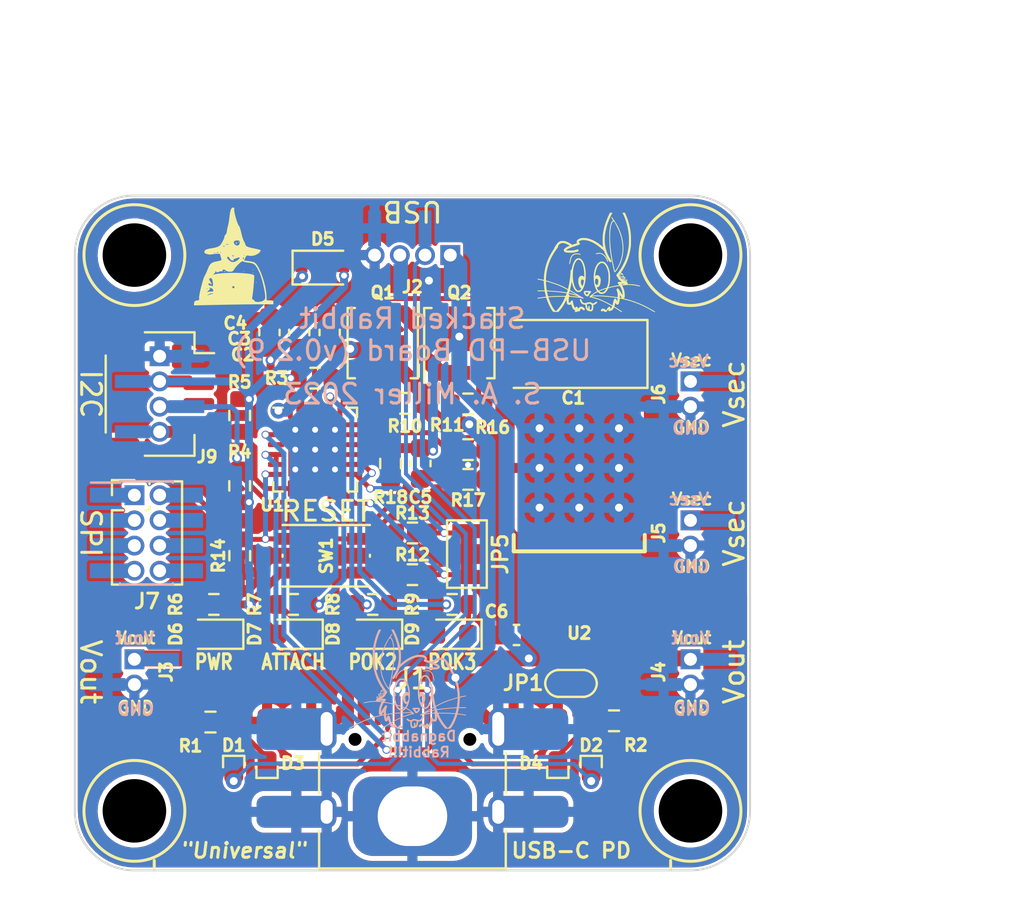
<source format=kicad_pcb>
(kicad_pcb (version 20211014) (generator pcbnew)
  (title_block (title "USB-PD Board") (rev "0.2.9") (company "The Nerd Mage"))
  (layers (0 "F.Cu" signal) (31 "B.Cu" signal) (34 "B.Paste" user) (35 "F.Paste" user) (36 "B.SilkS" user "B.Silkscreen") (37 "F.SilkS" user "F.Silkscreen") (38 "B.Mask" user) (39 "F.Mask" user) (44 "Edge.Cuts" user))
  (net 0 "")
  (net 1 "UD+")
  (net 2 "UD-")
  (net 5 "Net-(C5-Pad2)")
  (net 6 "Net-(C3-Pad1)")
  (net 7 "Net-(C4-Pad1)")
  (net 8 "CC1")
  (net 9 "CC2")
  (net 10 "Vbus")
  (net 11 "RESET")
  (net 12 "SCL")
  (net 13 "SDA")
  (net 14 "GPIO")
  (net 15 "ALERT")
  (net 16 "2v7")
  (net 17 "ATTACH")
  (net 18 "A_B_SIDE")
  (net 19 "GND")
  (net 20 "Vout")
  (net 21 "POWER_OK3")
  (net 22 "POWER_OK2")
  (net 23 "Vsec")
  (net 24 "Net-(D6-Pad2)")
  (net 25 "/ADDR0")
  (net 26 "/ADDR1")
  (net 27 "Net-(D9-Pad1)")
  (net 28 "Net-(R10-Pad1)")
  (net 29 "Net-(R16-Pad2)")
  (net 30 "Net-(Q1-Pad1)")
  (net 31 "Net-(Q1-Pad4)")
  (net 33 "Net-(D7-Pad1)")
  (net 34 "Net-(D8-Pad1)")
  (net 35 "SCLK")
  (net 36 "MISO")
  (net 37 "MOSI")
  (net 38 "~{RESET}")
  (net 39 "~{SCS}2")
  (net 40 "~{SCS}1")
  (net 41 "~{SCS}0")
  (net 42 "Net-(R18-Pad2)")
  (footprint "Resistor_SMD:R_0603_1608Metric" (layer "F.Cu") (at 91.3 97.626177 -90)
    (fp_text reference "R4")
    (fp_text value "1k")
  )
  (footprint "Tinker:NerdMage" (layer "F.Cu") (at 91 86)
    (fp_text reference "G***" hide)
    (fp_text value "LOGO" hide)
  )
  (footprint "Tinker:PGB1010603NRHF" (layer "F.Cu") (at 109 113 -90)
    (fp_text reference "D2")
    (fp_text value "PGB1010603NR" hide)
  )
  (footprint "Tinker:CP_EIA-6032-28-Tantalumm_HandSolder" (layer "F.Cu") (at 108.1 90.98 180)
    (fp_text reference "C1")
    (fp_text value "22uf" hide)
  )
  (footprint "LED_SMD:LED_0603_1608Metric" (layer "F.Cu") (at 90 105.1 180)
    (fp_text reference "D6")
    (fp_text value "green")
  )
  (footprint "Capacitor_SMD:C_0603_1608Metric" (layer "F.Cu") (at 95.832603 89.9 90)
    (fp_text reference "C2")
    (fp_text value "1.0uF")
  )
  (footprint "Package_DFN_QFN:QFN-24-1EP_4x4mm_P0.5mm_EP2.7x2.7mm" (layer "F.Cu") (at 95.1 95.8)
    (fp_text reference "U1")
    (fp_text value "STUSB4500QTR")
  )
  (footprint "Capacitor_SMD:C_0603_1608Metric" (layer "F.Cu") (at 105.239817 105.138939 180)
    (fp_text reference "C6")
    (fp_text value "1.0uF")
  )
  (footprint "Tinker:DagNabbit" (layer "F.Cu") (at 109 87)
    (fp_text reference "REF**" hide)
    (fp_text value "DagNabbit" hide)
  )
  (footprint "Tinker:R_0603_1608Metric_Pad0.98x0.95mm_HandSolder" (layer "F.Cu") (at 89.829448 109.526795 180)
    (fp_text reference "R1")
    (fp_text value "5k1")
  )
  (footprint "LED_SMD:LED_0603_1608Metric" (layer "F.Cu") (at 98 105.1 180)
    (fp_text reference "D8")
    (fp_text value "yellow")
  )
  (footprint "Tinker:USB_C_Receptacle_HRO_TYPE-C-31-M-12" (layer "F.Cu") (at 100 113)
    (fp_text reference "J1")
    (fp_text value "USB_C_Receptacle" hide)
  )
  (footprint "Resistor_SMD:R_0603_1608Metric" (layer "F.Cu") (at 94 103.6 180)
    (fp_text reference "R7")
    (fp_text value "1k")
  )
  (footprint "Tinker:Diodes_PowerDI3333-8" (layer "F.Cu") (at 102.361153 90.435247 90)
    (fp_text reference "Q2")
    (fp_text value "DMP3013SFV" hide)
  )
  (footprint "Tinker:Board_Stacker_2" (layer "F.Cu") (at 114 106.365)
    (fp_text reference "J4")
    (fp_text value "Conn_01x02_Male")
  )
  (footprint "Tinker:Mount" (layer "F.Cu") (at 114 86)
    (fp_text reference "REF**" hide)
    (fp_text value "Mount" hide)
  )
  (footprint "Capacitor_SMD:C_0603_1608Metric" (layer "F.Cu") (at 94.3 89.9 90)
    (fp_text reference "C3")
    (fp_text value "1.0uF")
  )
  (footprint "Tinker:Diodes_PowerDI3333-8" (layer "F.Cu") (at 98.505987 90.435247 -90)
    (fp_text reference "Q1")
    (fp_text value "DMP3013SFV" hide)
  )
  (footprint "Resistor_SMD:R_0603_1608Metric" (layer "F.Cu") (at 99.621257 93.469133)
    (fp_text reference "R10")
    (fp_text value "1k")
  )
  (footprint "Tinker:SolderJumper-2_P_Open_Rounded_skinny" (layer "F.Cu") (at 107.983618 107.58)
    (fp_text reference "JP1")
    (fp_text value "SolderJumper_2_Open" hide)
  )
  (footprint "Tinker:Board_Stacker_2" (layer "F.Cu") (at 86 106.365)
    (fp_text reference "J3")
    (fp_text value "Conn_01x02_Male")
  )
  (footprint "Tinker:Mount" (layer "F.Cu") (at 114 114)
    (fp_text reference "REF**" hide)
    (fp_text value "Mount" hide)
  )
  (footprint "Tinker:PinHeader_2x04_P1.27mm_Vertical" (layer "F.Cu") (at 86 98.095)
    (fp_text reference "J7")
    (fp_text value "Conn_01x08_Male")
  )
  (footprint "Capacitor_SMD:C_0603_1608Metric" (layer "F.Cu") (at 100.4 96.5 -90)
    (fp_text reference "C5")
    (fp_text value "0.1uF")
  )
  (footprint "Diode_SMD:D_SOD-323" (layer "F.Cu") (at 95.464172 86.630156)
    (fp_text reference "D5")
    (fp_text value "BAT60A")
  )
  (footprint "Tinker:Mount" (layer "F.Cu") (at 86 114)
    (fp_text reference "REF**" hide)
    (fp_text value "Mount" hide)
  )
  (footprint "Resistor_SMD:R_0603_1608Metric" (layer "F.Cu") (at 91.303982 101.147587 90)
    (fp_text reference "R14")
    (fp_text value "100k")
  )
  (footprint "Resistor_SMD:R_0603_1608Metric" (layer "F.Cu") (at 98.9 96.5 -90)
    (fp_text reference "R18")
    (fp_text value "1k")
  )
  (footprint "Tinker:QWIIC_Stack_II" (layer "F.Cu") (at 87.27 93 -90)
    (fp_text reference "J9")
    (fp_text value "QWIIC_Stackable")
  )
  (footprint "Tinker:R_0603_1608Metric_Pad0.98x0.95mm_HandSolder" (layer "F.Cu") (at 110.150246 109.462623)
    (fp_text reference "R2")
    (fp_text value "5k1")
  )
  (footprint "Resistor_SMD:R_0603_1608Metric" (layer "F.Cu") (at 100 100 180)
    (fp_text reference "R13")
    (fp_text value "100k")
  )
  (footprint "Tinker:PGB1010603NRHF" (layer "F.Cu") (at 91 113 -90)
    (fp_text reference "D1")
    (fp_text value "PGB1010603NR" hide)
  )
  (footprint "Tinker:Board_Stacker_2" (layer "F.Cu") (at 114 92.365)
    (fp_text reference "J6")
    (fp_text value "Conn_01x02_Male")
  )
  (footprint "Resistor_SMD:R_0603_1608Metric" (layer "F.Cu") (at 102.8 97.3 180)
    (fp_text reference "R17")
    (fp_text value "100")
  )
  (footprint "Tinker:SolderJumper-3_P1.3mm_Bridged123_Pad1.0x1.5mm" (layer "F.Cu") (at 102.744435 101.062635 -90)
    (fp_text reference "JP5")
    (fp_text value "SolderJumper_3_Bridged123" hide)
  )
  (footprint "Tinker:Board_Stacker_2" (layer "F.Cu") (at 114 99.365)
    (fp_text reference "J5")
    (fp_text value "Conn_01x02_Male")
  )
  (footprint "Tinker:SW_Push_TS273014TP" (layer "F.Cu") (at 95.659571 101.147587)
    (fp_text reference "SW1")
    (fp_text value "SW_Push" hide)
  )
  (footprint "Capacitor_SMD:C_0603_1608Metric" (layer "F.Cu") (at 92.8 89.9 90)
    (fp_text reference "C4")
    (fp_text value "1.0uF")
  )
  (footprint "Resistor_SMD:R_0603_1608Metric" (layer "F.Cu") (at 102.8 93.5 180)
    (fp_text reference "R11")
    (fp_text value "100k")
  )
  (footprint "Resistor_SMD:R_0603_1608Metric" (layer "F.Cu") (at 98 103.6)
    (fp_text reference "R8")
    (fp_text value "1k")
  )
  (footprint "Resistor_SMD:R_0603_1608Metric" (layer "F.Cu") (at 102.8 95.8 180)
    (fp_text reference "R16")
    (fp_text value "22k")
  )
  (footprint "Resistor_SMD:R_0603_1608Metric" (layer "F.Cu") (at 100 102.1 180)
    (fp_text reference "R12")
    (fp_text value "100k")
  )
  (footprint "Resistor_SMD:R_0603_1608Metric" (layer "F.Cu") (at 90 103.6)
    (fp_text reference "R6")
    (fp_text value "1k")
  )
  (footprint "LED_SMD:LED_0603_1608Metric" (layer "F.Cu") (at 94 105.1 180)
    (fp_text reference "D7")
    (fp_text value "yellow")
  )
  (footprint "Resistor_SMD:R_0603_1608Metric" (layer "F.Cu") (at 95.1 92.2 180)
    (fp_text reference "R3")
    (fp_text value "1k")
  )
  (footprint "Tinker:Mount" (layer "F.Cu") (at 86 86)
    (fp_text reference "REF**" hide)
    (fp_text value "Mount" hide)
  )
  (footprint "Resistor_SMD:R_0603_1608Metric" (layer "F.Cu") (at 102 103.6)
    (fp_text reference "R9")
    (fp_text value "1k")
  )
  (footprint "Tinker:Board_Stacker_4" (layer "F.Cu") (at 101.905 86 -90)
    (fp_text reference "J2")
    (fp_text value "Conn_01x04_Male")
  )
  (footprint "Tinker:R1501J033BT1JE" (layer "F.Cu") (at 108.4 98.9)
    (fp_text reference "U2")
    (fp_text value "R1501J033B-T1-JE" hide)
  )
  (footprint "Tinker:PGB1010603NRHF" (layer "F.Cu") (at 107.32 110.571795 90)
    (fp_text reference "D4")
    (fp_text value "PGB1010603NR" hide)
  )
  (footprint "LED_SMD:LED_0603_1608Metric" (layer "F.Cu") (at 102 105.1 180)
    (fp_text reference "D9")
    (fp_text value "yellow")
  )
  (footprint "Resistor_SMD:R_0603_1608Metric" (layer "F.Cu") (at 91.3 94.08 90)
    (fp_text reference "R5")
    (fp_text value "1k")
  )
  (footprint "Tinker:PGB1010603NRHF" (layer "F.Cu") (at 92.68 110.571795 90)
    (fp_text reference "D3")
    (fp_text value "PGB1010603NR" hide)
  )
  (footprint "Tinker:DagNabbit" (layer "B.Cu") (at 100 108 180)
    (fp_text reference "REF**" hide)
    (fp_text value "DagNabbit" hide)
  )
  (gr_line (start 113 116.9) (end 113 116.5) (layer "F.SilkS") (width 0.15))
  (gr_line (start 87 116.9) (end 87 116.5) (layer "F.SilkS") (width 0.15))
  (gr_line (start 117 86) (end 117 114) (layer "Edge.Cuts") (width 0.1))
  (gr_arc (start 86 117) (mid 83.87868 116.12132) (end 83 114) (layer "Edge.Cuts") (width 0.1))
  (gr_arc (start 83 86) (mid 83.87868 83.87868) (end 86 83) (layer "Edge.Cuts") (width 0.1))
  (gr_line (start 86 83) (end 114 83) (layer "Edge.Cuts") (width 0.1))
  (gr_line (start 83 114) (end 83 86) (layer "Edge.Cuts") (width 0.1))
  (gr_arc (start 114 83) (mid 116.12132 83.87868) (end 117 86) (layer "Edge.Cuts") (width 0.1))
  (gr_line (start 86 117) (end 114 117) (layer "Edge.Cuts") (width 0.1))
  (gr_arc (start 117 114) (mid 116.12132 116.12132) (end 114 117) (layer "Edge.Cuts") (width 0.1))
  (gr_text "Stacked Rabbit\n${TITLE} (v${REVISION})" (at 100 90) (layer "B.SilkS") (effects (font (size 1 1)) (justify mirror)))
  (gr_text "Vout" (at 86.019299 105.301541) (layer "B.SilkS") (effects (font (size 0.6 0.6) (thickness 0.125)) (justify mirror)))
  (gr_text "GND" (at 114.067933 108.88409) (layer "B.SilkS") (effects (font (size 0.6 0.6) (thickness 0.125)) (justify mirror)))
  (gr_text "GND" (at 114.007828 94.725254) (layer "B.SilkS") (effects (font (size 0.6 0.6) (thickness 0.125)) (justify mirror)))
  (gr_text "Vsec" (at 113.891319 91.346488) (layer "B.SilkS") (effects (font (size 0.6 0.6) (thickness 0.125)) (justify mirror)))
  (gr_text "Vsec" (at 113.913793 98.294169) (layer "B.SilkS") (effects (font (size 0.6 0.6) (thickness 0.125)) (justify mirror)))
  (gr_text "Vout" (at 114.021329 105.295608) (layer "B.SilkS") (effects (font (size 0.6 0.6) (thickness 0.125)) (justify mirror)))
  (gr_text "GND" (at 86.065903 108.890023) (layer "B.SilkS") (effects (font (size 0.6 0.6) (thickness 0.125)) (justify mirror)))
  (gr_text "S. A. Miller 2023" (at 100 93) (layer "B.SilkS") (effects (font (size 1 1)) (justify mirror)))
  (gr_text "GND" (at 114.030302 101.694169) (layer "B.SilkS") (effects (font (size 0.6 0.6) (thickness 0.125)) (justify mirror)))
  (gr_text "USB-C PD" (at 108 116) (layer "F.SilkS") (effects (font (size 0.75 0.75))))
  (gr_text "Vsec" (at 114.083614 98.294169) (layer "F.SilkS") (effects (font (size 0.6 0.6) (thickness 0.125))))
  (gr_text "Vout" (at 86.068727 105.288053) (layer "F.SilkS") (effects (font (size 0.6 0.6) (thickness 0.125))))
  (gr_text "ATTACH" (at 94 106.5) (layer "F.SilkS") (effects (font (size 0.75 0.6))))
  (gr_text "RESET" (at 95.659571 98.9) (layer "F.SilkS") (effects (font (size 1 1))))
  (gr_text "Vsec" (at 116.2 100 90) (layer "F.SilkS") (effects (font (size 1 1))))
  (gr_text "Vout" (at 116.2 107 90) (layer "F.SilkS") (effects (font (size 1 1))))
  (gr_text "Vsec" (at 116.2 93 90) (layer "F.SilkS") (effects (font (size 1 1))))
  (gr_text "GND" (at 86.068727 108.788053) (layer "F.SilkS") (effects (font (size 0.6 0.6) (thickness 0.125))))
  (gr_text "POK3" (at 102 106.5) (layer "F.SilkS") (effects (font (size 0.75 0.6))))
  (gr_text "I2C" (at 83.8 93 -90) (layer "F.SilkS") (effects (font (size 1 1))))
  (gr_text "USB" (at 100 83.8 180) (layer "F.SilkS") (effects (font (size 1 1))))
  (gr_text "GND" (at 114.070757 108.78212) (layer "F.SilkS") (effects (font (size 0.6 0.6) (thickness 0.125))))
  (gr_text "GND" (at 114.083614 101.694169) (layer "F.SilkS") (effects (font (size 0.6 0.6) (thickness 0.125))))
  (gr_text "Vsec" (at 114.06114 91.28518) (layer "F.SilkS") (effects (font (size 0.6 0.6) (thickness 0.125))))
  (gr_text "GND" (at 114.06114 94.68518) (layer "F.SilkS") (effects (font (size 0.6 0.6) (thickness 0.125))))
  (gr_text "SPI" (at 83.8 100 -90) (layer "F.SilkS") (effects (font (size 1 1))))
  (gr_text "{dblquote}Universal{dblquote}" (at 91.5 116) (layer "F.SilkS") (effects (font (size 0.75 0.75) (thickness 0.15) italic)))
  (gr_text "Vout" (at 83.8 107 -90) (layer "F.SilkS") (effects (font (size 1 1))))
  (gr_text "PWR" (at 90 106.5) (layer "F.SilkS") (effects (font (size 0.75 0.6))))
  (gr_text "Vout" (at 114.070757 105.28212) (layer "F.SilkS") (effects (font (size 0.6 0.6) (thickness 0.125))))
  (gr_text "POK2" (at 98 106.5) (layer "F.SilkS") (effects (font (size 0.75 0.6))))
  (segment (start 99.8 107.921795) (end 100.7 107.921795) (width 0.2) (layer "F.Cu") (net 1))
  (segment (start 100.7 107.921795) (end 100.75 107.971795) (width 0.2) (layer "F.Cu") (net 1))
  (segment (start 99.75 107.971795) (end 99.8 107.921795) (width 0.2) (layer "F.Cu") (net 1))
  (segment (start 100.75 107.971795) (end 100.75 108.946795) (width 0.2) (layer "F.Cu") (net 1))
  (segment (start 99.75 108.946795) (end 99.75 107.971795) (width 0.2) (layer "F.Cu") (net 1))
  (via (at 100.75 107.905935) (size 0.4) (drill 0.3) (layers "F.Cu" "B.Cu") (net 1))
  (via (at 109 112.5) (size 0.8) (drill 0.4) (layers "F.Cu" "B.Cu") (net 1))
  (segment (start 100.123866 86.511134) (end 100.635 86) (width 0.2) (layer "B.Cu") (net 1))
  (segment (start 100.75 107.905935) (end 100.75 106.656882) (width 0.2) (layer "B.Cu") (net 1))
  (segment (start 100.737621 110.30379) (end 100.737816 110.303985) (width 0.2) (layer "B.Cu") (net 1))
  (segment (start 103.136827 99.765504) (end 100.185755 96.814432) (width 0.2) (layer "B.Cu") (net 1))
  (segment (start 100.737816 111.072204) (end 101.30017 111.634558) (width 0.2) (layer "B.Cu") (net 1))
  (segment (start 108.131208 111.634558) (end 108.132883 111.632883) (width 0.2) (layer "B.Cu") (net 1))
  (segment (start 100.75 107.905935) (end 100.737621 107.918314) (width 0.2) (layer "B.Cu") (net 1))
  (segment (start 100.75 106.656882) (end 103.136827 104.270055) (width 0.2) (layer "B.Cu") (net 1))
  (segment (start 108.132883 111.632883) (end 109 112.5) (width 0.2) (layer "B.Cu") (net 1))
  (segment (start 100.737816 110.303985) (end 100.737816 111.072204) (width 0.2) (layer "B.Cu") (net 1))
  (segment (start 101.30017 111.634558) (end 108.131208 111.634558) (width 0.2) (layer "B.Cu") (net 1))
  (segment (start 100.737621 107.918314) (end 100.737621 110.30379) (width 0.2) (layer "B.Cu") (net 1))
  (segment (start 100.185755 96.814432) (end 100.123866 96.814432) (width 0.2) (layer "B.Cu") (net 1))
  (segment (start 103.136827 104.270055) (end 103.136827 99.765504) (width 0.2) (layer "B.Cu") (net 1))
  (segment (start 100.123866 96.814432) (end 100.123866 86.511134) (width 0.2) (layer "B.Cu") (net 1))
  (segment (start 99.25 109.941795) (end 99.3 109.991795) (width 0.2) (layer "F.Cu") (net 2))
  (segment (start 99.3 109.991795) (end 100.2 109.991795) (width 0.2) (layer "F.Cu") (net 2))
  (segment (start 99.25 108.966795) (end 99.25 108.055935) (width 0.2) (layer "F.Cu") (net 2))
  (segment (start 99.25 108.055935) (end 99.15 107.955935) (width 0.2) (layer "F.Cu") (net 2))
  (segment (start 100.2 109.991795) (end 100.25 109.941795) (width 0.2) (layer "F.Cu") (net 2))
  (segment (start 100.25 109.941795) (end 100.25 108.966795) (width 0.2) (layer "F.Cu") (net 2))
  (segment (start 99.25 108.966795) (end 99.25 109.941795) (width 0.2) (layer "F.Cu") (net 2))
  (via (at 91 112.5) (size 0.8) (drill 0.4) (layers "F.Cu" "B.Cu") (net 2))
  (via (at 99.25 107.905935) (size 0.4) (drill 0.3) (layers "F.Cu" "B.Cu") (net 2))
  (segment (start 99.253303 111.183958) (end 98.804378 111.632883) (width 0.2) (layer "B.Cu") (net 2))
  (segment (start 99.253303 107.909238) (end 99.253303 111.183958) (width 0.2) (layer "B.Cu") (net 2))
  (segment (start 99.365 86) (end 99.673866 86.308866) (width 0.2) (layer "B.Cu") (net 2))
  (segment (start 102.686827 104.083655) (end 99.25 107.520482) (width 0.2) (layer "B.Cu") (net 2))
  (segment (start 102.686827 100.034106) (end 102.686827 104.083655) (width 0.2) (layer "B.Cu") (net 2))
  (segment (start 91.867117 111.632883) (end 91 112.5) (width 0.2) (layer "B.Cu") (net 2))
  (segment (start 99.25 107.520482) (end 99.25 107.905935) (width 0.2) (layer "B.Cu") (net 2))
  (segment (start 99.673866 97.021145) (end 102.686827 100.034106) (width 0.2) (layer "B.Cu") (net 2))
  (segment (start 98.804378 111.632883) (end 91.867117 111.632883) (width 0.2) (layer "B.Cu") (net 2))
  (segment (start 99.25 107.905935) (end 99.253303 107.909238) (width 0.2) (layer "B.Cu") (net 2))
  (segment (start 99.673866 86.308866) (end 99.673866 97.021145) (width 0.2) (layer "B.Cu") (net 2))
  (segment (start 100.4 97.275) (end 101.95 97.275) (width 0.25) (layer "F.Cu") (net 5))
  (segment (start 101.95 97.275) (end 101.975 97.3) (width 0.25) (layer "F.Cu") (net 5))
  (segment (start 95.069118 91.544118) (end 94.3 90.775) (width 0.25) (layer "F.Cu") (net 6))
  (segment (start 95.35 93.2919) (end 95.069118 93.011018) (width 0.25) (layer "F.Cu") (net 6))
  (segment (start 95.069118 93.011018) (end 95.069118 91.544118) (width 0.25) (layer "F.Cu") (net 6))
  (segment (start 95.35 93.8375) (end 95.35 93.2919) (width 0.25) (layer "F.Cu") (net 6))
  (segment (start 94.083363 93.075) (end 94.35 93.341637) (width 0.4) (layer "F.Cu") (net 7))
  (segment (start 92.857591 91.290301) (end 92.857591 92.141366) (width 0.4) (layer "F.Cu") (net 7))
  (segment (start 92.857591 92.141366) (end 93.791225 93.075) (width 0.4) (layer "F.Cu") (net 7))
  (segment (start 93.791225 93.075) (end 94.083363 93.075) (width 0.4) (layer "F.Cu") (net 7))
  (segment (start 94.35 93.341637) (end 94.35 93.8375) (width 0.4) (layer "F.Cu") (net 7))
  (via (at 96.556447 87.032573) (size 0.5) (drill 0.3) (layers "F.Cu" "B.Cu") (net 7))
  (via (at 92.857591 91.290301) (size 0.5) (drill 0.3) (layers "F.Cu" "B.Cu") (net 7))
  (segment (start 92.857591 91.290301) (end 96.556447 87.591445) (width 0.4) (layer "B.Cu") (net 7))
  (segment (start 96.556447 87.591445) (end 96.556447 87.032573) (width 0.4) (layer "B.Cu") (net 7))
  (segment (start 90.891948 109.526795) (end 92.68 111.314847) (width 0.25) (layer "F.Cu") (net 8))
  (segment (start 98.743716 110.171172) (end 98.704539 110.171172) (width 0.25) (layer "F.Cu") (net 8))
  (segment (start 97.241416 111.634295) (end 92.68 111.634295) (width 0.25) (layer "F.Cu") (net 8))
  (segment (start 92.631354 95.046166) (end 93.133666 95.046166) (width 0.25) (layer "F.Cu") (net 8))
  (segment (start 98.75 110.164888) (end 98.743716 110.171172) (width 0.25) (layer "F.Cu") (net 8))
  (segment (start 98.75 108.955) (end 98.75 110.164888) (width 0.25) (layer "F.Cu") (net 8))
  (segment (start 92.68 111.314847) (end 92.68 111.631795) (width 0.25) (layer "F.Cu") (net 8))
  (segment (start 93.133666 95.046166) (end 93.1375 95.05) (width 0.25) (layer "F.Cu") (net 8))
  (segment (start 93.1375 95.05) (end 93.1375 94.55) (width 0.25) (layer "F.Cu") (net 8))
  (segment (start 98.704539 110.171172) (end 97.241416 111.634295) (width 0.25) (layer "F.Cu") (net 8))
  (via (at 92.6 95.046166) (size 0.4) (drill 0.3) (layers "F.Cu" "B.Cu") (net 8))
  (via (at 98.743716 110.171172) (size 0.4) (drill 0.3) (layers "F.Cu" "B.Cu") (net 8))
  (segment (start 92.6 95.046166) (end 92.6 95.064058) (width 0.25) (layer "B.Cu") (net 8))
  (segment (start 98.581133 110.171172) (end 98.743716 110.171172) (width 0.25) (layer "B.Cu") (net 8))
  (segment (start 93.525 95.989058) (end 93.525 105.115038) (width 0.25) (layer "B.Cu") (net 8))
  (segment (start 93.525 105.115038) (end 98.581133 110.171172) (width 0.25) (layer "B.Cu") (net 8))
  (segment (start 92.6 95.064058) (end 93.525 95.989058) (width 0.25) (layer "B.Cu") (net 8))
  (segment (start 100.749398 110.926038) (end 101.75 109.925436) (width 0.25) (layer "F.Cu") (net 9))
  (segment (start 101.75 109.67) (end 101.75 110.369276) (width 0.25) (layer "F.Cu") (net 9))
  (segment (start 101.75 110.149742) (end 101.75 109.925436) (width 0.25) (layer "F.Cu") (net 9))
  (segment (start 92.60327 96.061219) (end 92.614489 96.05) (width 0.25) (layer "F.Cu") (net 9))
  (segment (start 103.015019 111.634295) (end 107.32 111.634295) (width 0.25) (layer "F.Cu") (net 9))
  (segment (start 93.1375 96.55) (end 93.1375 96.05) (width 0.25) (layer "F.Cu") (net 9))
  (segment (start 107.32 111.631795) (end 107.32 111.230369) (width 0.25) (layer "F.Cu") (net 9))
  (segment (start 101.75 110.369276) (end 103.015019 111.634295) (width 0.25) (layer "F.Cu") (net 9))
  (segment (start 92.614489 96.05) (end 93.1375 96.05) (width 0.25) (layer "F.Cu") (net 9))
  (segment (start 101.75 108.955) (end 101.75 109.67) (width 0.25) (layer "F.Cu") (net 9))
  (segment (start 98.692136 110.926038) (end 100.749398 110.926038) (width 0.25) (layer "F.Cu") (net 9))
  (segment (start 101.75 109.925436) (end 101.75 109.67) (width 0.25) (layer "F.Cu") (net 9))
  (segment (start 107.32 111.230369) (end 109.087746 109.462623) (width 0.25) (layer "F.Cu") (net 9))
  (via (at 92.6 96.061219) (size 0.4) (drill 0.3) (layers "F.Cu" "B.Cu") (net 9))
  (via (at 98.692136 110.926038) (size 0.4) (drill 0.3) (layers "F.Cu" "B.Cu") (net 9))
  (segment (start 92.627335 96.061219) (end 93.125 96.558884) (width 0.25) (layer "B.Cu") (net 9))
  (segment (start 92.6 96.061219) (end 92.627335 96.061219) (width 0.25) (layer "B.Cu") (net 9))
  (segment (start 93.125 105.358901) (end 98.692136 110.926038) (width 0.25) (layer "B.Cu") (net 9))
  (segment (start 93.125 96.558884) (end 93.125 105.358901) (width 0.25) (layer "B.Cu") (net 9))
  (segment (start 98.505987 90.890247) (end 98.403391 90.787651) (width 0.8) (layer "F.Cu") (net 10))
  (segment (start 102.1633 107.189716) (end 102.45 107.476416) (width 0.6) (layer "F.Cu") (net 10))
  (segment (start 100.446257 92.830517) (end 98.505987 90.890247) (width 0.8) (layer "F.Cu") (net 10))
  (segment (start 97.55 108.515) (end 97.55 107.61) (width 0.6) (layer "F.Cu") (net 10))
  (segment (start 100.446257 93.469133) (end 100.446257 92.830517) (width 0.8) (layer "F.Cu") (net 10))
  (segment (start 102.45 108.955) (end 102.45 108.126132) (width 0.6) (layer "F.Cu") (net 10))
  (segment (start 102.607158 94.525) (end 101.46434 94.525) (width 0.8) (layer "F.Cu") (net 10))
  (segment (start 97.55 107.61) (end 97.970284 107.189716) (width 0.6) (layer "F.Cu") (net 10))
  (segment (start 107.230034 107.476416) (end 102.45 107.476416) (width 0.8) (layer "F.Cu") (net 10))
  (segment (start 93.25122 93.8375) (end 93.65 93.8375) (width 0.6) (layer "F.Cu") (net 10))
  (segment (start 102.45 107.476416) (end 102.45 108.082373) (width 0.6) (layer "F.Cu") (net 10))
  (segment (start 97.970284 107.189716) (end 102.1633 107.189716) (width 0.6) (layer "F.Cu") (net 10))
  (segment (start 100.446257 93.506917) (end 100.446257 93.469133) (width 0.8) (layer "F.Cu") (net 10))
  (segment (start 101.46434 94.525) (end 100.446257 93.506917) (width 0.8) (layer "F.Cu") (net 10))
  (segment (start 107.333618 107.58) (end 107.230034 107.476416) (width 0.8) (layer "F.Cu") (net 10))
  (segment (start 98.403391 90.787651) (end 95.832603 90.787651) (width 0.8) (layer "F.Cu") (net 10))
  (via (at 102.1633 107.289716) (size 0.8) (drill 0.4) (layers "F.Cu" "B.Cu") (net 10))
  (via (at 93.25122 93.8375) (size 0.8) (drill 0.4) (layers "F.Cu" "B.Cu") (net 10))
  (via (at 96.865993 90.721397) (size 0.8) (drill 0.4) (layers "F.Cu" "B.Cu") (net 10))
  (via (at 102.862189 94.525) (size 0.8) (drill 0.4) (layers "F.Cu" "B.Cu") (net 10))
  (segment (start 96.727596 90.721397) (end 96.865993 90.721397) (width 0.6) (layer "B.Cu") (net 10))
  (segment (start 93.611493 93.8375) (end 96.727596 90.721397) (width 0.6) (layer "B.Cu") (net 10))
  (segment (start 103.786327 95.449138) (end 103.786327 105.666689) (width 0.8) (layer "B.Cu") (net 10))
  (segment (start 93.25122 93.8375) (end 93.611493 93.8375) (width 0.6) (layer "B.Cu") (net 10))
  (segment (start 102.862189 94.525) (end 103.786327 95.449138) (width 0.8) (layer "B.Cu") (net 10))
  (segment (start 103.786327 105.666689) (end 102.1633 107.289716) (width 0.8) (layer "B.Cu") (net 10))
  (segment (start 92.602413 100.297587) (end 97.509571 100.297587) (width 0.25) (layer "F.Cu") (net 11))
  (segment (start 92.6 100.3) (end 92.602413 100.297587) (width 0.25) (layer "F.Cu") (net 11))
  (segment (start 92.601458 97.05) (end 93.1375 97.05) (width 0.25) (layer "F.Cu") (net 11))
  (segment (start 92.577413 100.322587) (end 92.6 100.3) (width 0.25) (layer "F.Cu") (net 11))
  (segment (start 91.303982 100.322587) (end 91.287401 100.322587) (width 0.25) (layer "F.Cu") (net 11))
  (segment (start 91.287401 100.322587) (end 89.059814 98.095) (width 0.25) (layer "F.Cu") (net 11))
  (segment (start 91.303982 100.322587) (end 92.577413 100.322587) (width 0.25) (layer "F.Cu") (net 11))
  (segment (start 89.059814 98.095) (end 87.27 98.095) (width 0.25) (layer "F.Cu") (net 11))
  (via (at 92.6 100.3) (size 0.4) (drill 0.3) (layers "F.Cu" "B.Cu") (net 11))
  (via (at 92.6 97.05) (size 0.4) (drill 0.3) (layers "F.Cu" "B.Cu") (net 11))
  (segment (start 92.601458 100.298542) (end 92.601458 97.05) (width 0.25) (layer "B.Cu") (net 11))
  (segment (start 92.6 100.3) (end 92.601458 100.298542) (width 0.25) (layer "B.Cu") (net 11))
  (segment (start 93.85 97.7625) (end 92.570037 97.7625) (width 0.25) (layer "F.Cu") (net 12))
  (segment (start 92.570037 97.7625) (end 92.075 97.267463) (width 0.25) (layer "F.Cu") (net 12))
  (segment (start 92.072112 95.677112) (end 91.3 94.905) (width 0.25) (layer "F.Cu") (net 12))
  (segment (start 87.27 94.905) (end 90.9 94.905) (width 0.25) (layer "F.Cu") (net 12))
  (segment (start 92.075 95.677112) (end 92.072112 95.677112) (width 0.25) (layer "F.Cu") (net 12))
  (segment (start 92.075 97.267463) (end 92.075 95.677112) (width 0.25) (layer "F.Cu") (net 12))
  (segment (start 94.052297 98.45) (end 94.35 98.152297) (width 0.25) (layer "F.Cu") (net 13))
  (segment (start 94.35 98.152297) (end 94.35 97.7625) (width 0.25) (layer "F.Cu") (net 13))
  (segment (start 92.691852 98.45) (end 94.052297 98.45) (width 0.25) (layer "F.Cu") (net 13))
  (segment (start 91.169714 96.23352) (end 91.169714 96.670891) (width 0.25) (layer "F.Cu") (net 13))
  (segment (start 91.3 97.058149) (end 92.691852 98.45) (width 0.25) (layer "F.Cu") (net 13))
  (segment (start 91.3 96.801177) (end 91.3 97.058149) (width 0.25) (layer "F.Cu") (net 13))
  (segment (start 91.169714 96.670891) (end 91.3 96.801177) (width 0.25) (layer "F.Cu") (net 13))
  (via (at 91.169714 96.23352) (size 0.5) (drill 0.3) (layers "F.Cu" "B.Cu") (net 13))
  (segment (start 90.875568 93.635) (end 91.169714 93.929146) (width 0.25) (layer "B.Cu") (net 13))
  (segment (start 91.169714 93.929146) (end 91.169714 96.23352) (width 0.25) (layer "B.Cu") (net 13))
  (segment (start 87.27 93.635) (end 90.875568 93.635) (width 0.25) (layer "B.Cu") (net 13))
  (segment (start 96.515379 92.901492) (end 96.515379 93.551633) (width 0.25) (layer "F.Cu") (net 15))
  (segment (start 95.890424 92.276537) (end 96.515379 92.901492) (width 0.25) (layer "F.Cu") (net 15))
  (segment (start 96.35 93.8375) (end 96.35 93.717011) (width 0.25) (layer "F.Cu") (net 15))
  (segment (start 96.35 93.717011) (end 96.515379 93.551633) (width 0.25) (layer "F.Cu") (net 15))
  (segment (start 99.18424 100.164097) (end 99.18424 102.025006) (width 0.4) (layer "F.Cu") (net 16))
  (segment (start 93.2125 105.1) (end 93.183635 105.1) (width 0.4) (layer "F.Cu") (net 16))
  (segment (start 97.2125 105.094573) (end 97.2125 105.1) (width 0.4) (layer "F.Cu") (net 16))
  (segment (start 93.809571 101.997587) (end 99.156821 101.997587) (width 0.4) (layer "F.Cu") (net 16))
  (segment (start 99.156821 101.997587) (end 100.079944 102.92071) (width 0.4) (layer "F.Cu") (net 16))
  (segment (start 100.079944 102.92071) (end 100.079944 103.981924) (width 0.4) (layer "F.Cu") (net 16))
  (segment (start 96.132721 102.620737) (end 96.132721 104.014794) (width 0.4) (layer "F.Cu") (net 16))
  (segment (start 91.809571 103.577861) (end 93.389845 101.997587) (width 0.4) (layer "F.Cu") (net 16))
  (segment (start 101.198021 105.1) (end 101.2125 105.1) (width 0.4) (layer "F.Cu") (net 16))
  (segment (start 90.825 103.6) (end 91.809571 103.6) (width 0.4) (layer "F.Cu") (net 16))
  (segment (start 91.809571 103.6) (end 91.809571 103.577861) (width 0.4) (layer "F.Cu") (net 16))
  (segment (start 96.509571 102.243887) (end 96.132721 102.620737) (width 0.4) (layer "F.Cu") (net 16))
  (segment (start 93.183635 105.1) (end 91.809571 103.725936) (width 0.4) (layer "F.Cu") (net 16))
  (segment (start 96.132721 104.014794) (end 97.2125 105.094573) (width 0.4) (layer "F.Cu") (net 16))
  (segment (start 100.079944 103.981924) (end 101.198021 105.1) (width 0.4) (layer "F.Cu") (net 16))
  (segment (start 93.389845 101.997587) (end 93.809571 101.997587) (width 0.4) (layer "F.Cu") (net 16))
  (via (at 93.879698 92.2) (size 0.4) (drill 0.3) (layers "F.Cu" "B.Cu") (net 16))
  (via (at 91.77 98.45) (size 0.5) (drill 0.3) (layers "F.Cu" "B.Cu") (net 16))
  (via (at 91.77 93.255) (size 0.5) (drill 0.3) (layers "F.Cu" "B.Cu") (net 16))
  (via (at 94.448547 87.070898) (size 0.6) (drill 0.3) (layers "F.Cu" "B.Cu") (net 16))
  (via (at 91.809571 103.6) (size 0.6) (drill 0.3) (layers "F.Cu" "B.Cu") (net 16))
  (segment (start 91.809571 101.997587) (end 91.769214 101.95723) (width 0.4) (layer "B.Cu") (net 16))
  (segment (start 91.769214 93.040365) (end 91.769214 89.750231) (width 0.4) (layer "B.Cu") (net 16))
  (segment (start 91.769214 99.015834) (end 91.769214 94.796948) (width 0.4) (layer "B.Cu") (net 16))
  (segment (start 91.736074 99.06759) (end 91.769214 99.10073) (width 0.25) (layer "B.Cu") (net 16))
  (segment (start 92.609579 92.2) (end 93.879698 92.2) (width 0.4) (layer "B.Cu") (net 16))
  (segment (start 90.977063 92.365) (end 87.27 92.365) (width 0.4) (layer "B.Cu") (net 16))
  (segment (start 91.769214 93.040365) (end 91.093849 92.365) (width 0.4) (layer "B.Cu") (net 16))
  (segment (start 91.769214 101.95723) (end 91.769214 99.10073) (width 0.4) (layer "B.Cu") (net 16))
  (segment (start 91.769214 93.040365) (end 92.609579 92.2) (width 0.4) (layer "B.Cu") (net 16))
  (segment (start 91.769214 89.750231) (end 94.448547 87.070898) (width 0.4) (layer "B.Cu") (net 16))
  (segment (start 91.809571 101.997587) (end 91.809571 103.6) (width 0.4) (layer "B.Cu") (net 16))
  (segment (start 91.769214 94.548956) (end 91.769214 93.040365) (width 0.4) (layer "B.Cu") (net 16))
  (segment (start 91.093849 92.365) (end 90.977063 92.365) (width 0.4) (layer "B.Cu") (net 16))
  (segment (start 91.769214 94.796948) (end 91.769214 94.548956) (width 0.4) (layer "B.Cu") (net 16))
  (segment (start 95.85 98.359764) (end 95.85 97.7625) (width 0.25) (layer "F.Cu") (net 17))
  (segment (start 95.668291 98.541473) (end 95.85 98.359764) (width 0.25) (layer "F.Cu") (net 17))
  (via (at 95.289791 103.61334) (size 0.5) (drill 0.3) (layers "F.Cu" "B.Cu") (net 17))
  (via (at 95.668291 98.541473) (size 0.4) (drill 0.3) (layers "F.Cu" "B.Cu") (net 17))
  (segment (start 95.668291 98.541473) (end 96.545399 99.418581) (width 0.25) (layer "B.Cu") (net 17))
  (segment (start 96.545399 99.418581) (end 96.545399 102.357732) (width 0.25) (layer "B.Cu") (net 17))
  (segment (start 96.545399 102.357732) (end 95.289791 103.61334) (width 0.25) (layer "B.Cu") (net 17))
  (segment (start 105.856965 114.06) (end 105.846965 114.05) (width 0.25) (layer "F.Cu") (net 19))
  (segment (start 109 114.06) (end 105.856965 114.06) (width 0.25) (layer "F.Cu") (net 19))
  (segment (start 95.35 95.810618) (end 94.739382 95.2) (width 0.25) (layer "F.Cu") (net 19))
  (segment (start 94.530535 109.509295) (end 94.903035 109.881795) (width 0.25) (layer "F.Cu") (net 19))
  (segment (start 91 114.06) (end 94.143035 114.06) (width 0.25) (layer "F.Cu") (net 19))
  (segment (start 103.405 108.966795) (end 104.32 109.881795) (width 0.6) (layer "F.Cu") (net 19))
  (segment (start 103.25 108.966795) (end 103.405 108.966795) (width 0.6) (layer "F.Cu") (net 19))
  (segment (start 92.68 109.509295) (end 94.530535 109.509295) (width 0.25) (layer "F.Cu") (net 19))
  (segment (start 94.85 93.8375) (end 94.85 95.089382) (width 0.25) (layer "F.Cu") (net 19))
  (segment (start 94.85 95.089382) (end 94.739382 95.2) (width 0.25) (layer "F.Cu") (net 19))
  (segment (start 96.595 108.966795) (end 95.68 109.881795) (width 0.6) (layer "F.Cu") (net 19))
  (segment (start 107.32 109.509295) (end 105.469465 109.509295) (width 0.25) (layer "F.Cu") (net 19))
  (segment (start 96.75 108.966795) (end 96.595 108.966795) (width 0.6) (layer "F.Cu") (net 19))
  (segment (start 105.469465 109.509295) (end 105.096965 109.881795) (width 0.25) (layer "F.Cu") (net 19))
  (segment (start 95.35 97.7625) (end 95.35 95.810618) (width 0.25) (layer "F.Cu") (net 19))
  (segment (start 94.143035 114.06) (end 94.153035 114.05) (width 0.25) (layer "F.Cu") (net 19))
  (via (at 94.1 95.8) (size 0.4) (drill 0.3) (layers "F.Cu" "B.Cu") (net 19))
  (via (at 95.1 96.8) (size 0.4) (drill 0.3) (layers "F.Cu" "B.Cu") (net 19))
  (via (at 94.1 94.8) (size 0.4) (drill 0.3) (layers "F.Cu" "B.Cu") (net 19))
  (via (at 95.1 95.8) (size 0.4) (drill 0.3) (layers "F.Cu" "B.Cu") (net 19))
  (via (at 95.1 94.8) (size 0.4) (drill 0.3) (layers "F.Cu" "B.Cu") (net 19))
  (via (at 96.1 96.8) (size 0.4) (drill 0.3) (layers "F.Cu" "B.Cu") (net 19))
  (via (at 96.1 94.8) (size 0.4) (drill 0.3) (layers "F.Cu" "B.Cu") (net 19))
  (via (at 102.8 96.571241) (size 0.5) (drill 0.3) (layers "F.Cu" "B.Cu") (net 19))
  (via (at 94.1 96.8) (size 0.4) (drill 0.3) (layers "F.Cu" "B.Cu") (net 19))
  (via (at 96.1 95.8) (size 0.4) (drill 0.3) (layers "F.Cu" "B.Cu") (net 19))
  (via (at 100.831363 87.286663) (size 0.8) (drill 0.4) (layers "F.Cu" "B.Cu") (net 19))
  (segment (start 108.633618 107.58) (end 108.633618 106.393618) (width 0.8) (layer "F.Cu") (net 20))
  (segment (start 98.95 95.725) (end 98.9 95.675) (width 0.5) (layer "F.Cu") (net 20))
  (segment (start 105.86 106.16) (end 106.02 106.32) (width 0.8) (layer "F.Cu") (net 20))
  (segment (start 109.67 106.11) (end 109.88 106.32) (width 0.8) (layer "F.Cu") (net 20))
  (segment (start 108.56 106.32) (end 109.88 106.32) (width 0.8) (layer "F.Cu") (net 20))
  (segment (start 109.67 103.075) (end 109.67 106.11) (width 0.8) (layer "F.Cu") (net 20))
  (segment (start 114 106.32) (end 112.42 106.32) (width 0.8) (layer "F.Cu") (net 20))
  (segment (start 105.840193 106.32) (end 106.02 106.32) (width 0.8) (layer "F.Cu") (net 20))
  (segment (start 86 106.32) (end 105.840193 106.32) (width 0.8) (layer "F.Cu") (net 20))
  (segment (start 108.633618 106.393618) (end 108.56 106.32) (width 0.8) (layer "F.Cu") (net 20))
  (segment (start 100.4 95.725) (end 98.95 95.725) (width 0.5) (layer "F.Cu") (net 20))
  (segment (start 106.02 106.32) (end 108.56 106.32) (width 0.8) (layer "F.Cu") (net 20))
  (segment (start 105.86 103.075) (end 105.86 106.16) (width 0.8) (layer "F.Cu") (net 20))
  (segment (start 109.88 106.32) (end 112.42 106.32) (width 0.8) (layer "F.Cu") (net 20))
  (via (at 102.361153 90.106221) (size 0.8) (drill 0.4) (layers "F.Cu" "B.Cu") (net 20))
  (via (at 105.86 106.32) (size 0.8) (drill 0.4) (layers "F.Cu" "B.Cu") (net 20))
  (via (at 101.037322 95.853586) (size 0.5) (drill 0.3) (layers "F.Cu" "B.Cu") (net 20))
  (segment (start 104.736327 94.913553) (end 102.361153 92.538379) (width 0.8) (layer "B.Cu") (net 20))
  (segment (start 101.033292 91.434083) (end 102.361153 90.106221) (width 0.5) (layer "B.Cu") (net 20))
  (segment (start 101.037322 95.853586) (end 101.033292 95.849556) (width 0.5) (layer "B.Cu") (net 20))
  (segment (start 102.361153 90.106221) (end 102.361153 86.456153) (width 0.8) (layer "B.Cu") (net 20))
  (segment (start 102.361153 92.538379) (end 102.361153 90.106221) (width 0.8) (layer "B.Cu") (net 20))
  (segment (start 102.361153 86.456153) (end 101.905 86) (width 0.8) (layer "B.Cu") (net 20))
  (segment (start 101.033292 95.849556) (end 101.033292 91.434083) (width 0.5) (layer "B.Cu") (net 20))
  (segment (start 105.86 106.32) (end 104.736327 105.196327) (width 0.8) (layer "B.Cu") (net 20))
  (segment (start 104.736327 105.196327) (end 104.736327 94.913553) (width 0.8) (layer "B.Cu") (net 20))
  (segment (start 97.526279 96.55) (end 97.0625 96.55) (width 0.25) (layer "F.Cu") (net 21))
  (segment (start 97.953641 96.977362) (end 97.526279 96.55) (width 0.25) (layer "F.Cu") (net 21))
  (via (at 97.953641 96.977362) (size 0.4) (drill 0.3) (layers "F.Cu" "B.Cu") (net 21))
  (via (at 101.7 103.6) (size 0.5) (drill 0.3) (layers "F.Cu" "B.Cu") (net 21))
  (segment (start 97.345399 97.544745) (end 97.345399 101.94493) (width 0.25) (layer "B.Cu") (net 21))
  (segment (start 97.345399 101.94493) (end 99.00047 103.6) (width 0.25) (layer "B.Cu") (net 21))
  (segment (start 99.00047 103.6) (end 101.7 103.6) (width 0.25) (layer "B.Cu") (net 21))
  (segment (start 97.912782 96.977362) (end 97.345399 97.544745) (width 0.25) (layer "B.Cu") (net 21))
  (segment (start 97.953641 96.977362) (end 97.912782 96.977362) (width 0.25) (layer "B.Cu") (net 21))
  (segment (start 95.85 93.121335) (end 95.85 93.8375) (width 0.25) (layer "F.Cu") (net 22))
  (via (at 95.85 93.121335) (size 0.4) (drill 0.3) (layers "F.Cu" "B.Cu") (net 22))
  (via (at 97.7 103.6) (size 0.5) (drill 0.3) (layers "F.Cu" "B.Cu") (net 22))
  (segment (start 96.945399 102.845399) (end 97.7 103.6) (width 0.25) (layer "B.Cu") (net 22))
  (segment (start 95.85 93.121335) (end 96.945399 94.216734) (width 0.25) (layer "B.Cu") (net 22))
  (segment (start 96.945399 94.216734) (end 96.945399 102.845399) (width 0.25) (layer "B.Cu") (net 22))
  (segment (start 114 92.365) (end 115.857511 92.365) (width 1) (layer "F.Cu") (net 23))
  (segment (start 113.902854 91.08) (end 110.95 91.08) (width 1) (layer "F.Cu") (net 23))
  (segment (start 114 99.365) (end 115.794416 99.365) (width 1) (layer "F.Cu") (net 23))
  (segment (start 116.067165 99.092251) (end 116.067165 102.731217) (width 1) (layer "F.Cu") (net 23))
  (segment (start 113.902854 91.08) (end 115.468859 91.08) (width 1) (layer "F.Cu") (net 23))
  (segment (start 115.857511 92.365) (end 116.069587 92.152924) (width 1) (layer "F.Cu") (net 23))
  (segment (start 116.069587 91.680728) (end 116.069587 92.152924) (width 1) (layer "F.Cu") (net 23))
  (segment (start 116.069587 92.152924) (end 116.069587 98.236772) (width 1) (layer "F.Cu") (net 23))
  (segment (start 115.323382 103.475) (end 110.94 103.475) (width 1) (layer "F.Cu") (net 23))
  (segment (start 115.794416 99.365) (end 116.067165 99.092251) (width 1) (layer "F.Cu") (net 23))
  (segment (start 116.067165 98.239194) (end 116.067165 98.587165) (width 1) (layer "F.Cu") (net 23))
  (segment (start 116.067165 98.587165) (end 116.067165 99.092251) (width 1) (layer "F.Cu") (net 23))
  (segment (start 115.468859 91.08) (end 116.069587 91.680728) (width 1) (layer "F.Cu") (net 23))
  (segment (start 116.067165 102.731217) (end 115.323382 103.475) (width 1) (layer "F.Cu") (net 23))
  (segment (start 116.069587 98.236772) (end 116.067165 98.239194) (width 1) (layer "F.Cu") (net 23))
  (segment (start 89.175 105.0625) (end 89.2125 105.1) (width 0.25) (layer "F.Cu") (net 24))
  (segment (start 89.175 103.6) (end 89.175 105.0625) (width 0.25) (layer "F.Cu") (net 24))
  (segment (start 100.847726 102.1) (end 102.624095 102.1) (width 0.25) (layer "F.Cu") (net 25))
  (segment (start 97.091017 98.503517) (end 97.880553 98.503517) (width 0.25) (layer "F.Cu") (net 25))
  (segment (start 96.35 97.7625) (end 97.091017 98.503517) (width 0.25) (layer "F.Cu") (net 25))
  (segment (start 102.624095 102.1) (end 102.744003 102.219908) (width 0.25) (layer "F.Cu") (net 25))
  (via (at 97.880553 98.503517) (size 0.4) (drill 0.3) (layers "F.Cu" "B.Cu") (net 25))
  (via (at 101.6 102.1) (size 0.4) (drill 0.3) (layers "F.Cu" "B.Cu") (net 25))
  (segment (start 98.003517 98.503517) (end 101.6 102.1) (width 0.25) (layer "B.Cu") (net 25))
  (segment (start 97.880553 98.503517) (end 98.003517 98.503517) (width 0.25) (layer "B.Cu") (net 25))
  (segment (start 100.83424 100) (end 102.658872 100) (width 0.25) (layer "F.Cu") (net 26))
  (segment (start 102.658872 100) (end 102.750341 99.908531) (width 0.25) (layer "F.Cu") (net 26))
  (segment (start 97.0625 97.05) (end 97.158191 97.05) (width 0.25) (layer "F.Cu") (net 26))
  (segment (start 97.158191 97.05) (end 97.870399 97.762208) (width 0.25) (layer "F.Cu") (net 26))
  (via (at 101.6 100) (size 0.4) (drill 0.3) (layers "F.Cu" "B.Cu") (net 26))
  (via (at 97.870399 97.762208) (size 0.4) (drill 0.3) (layers "F.Cu" "B.Cu") (net 26))
  (segment (start 99.362208 97.762208) (end 97.870399 97.762208) (width 0.25) (layer "B.Cu") (net 26))
  (segment (start 101.6 100) (end 99.362208 97.762208) (width 0.25) (layer "B.Cu") (net 26))
  (segment (start 102.825 103.6) (end 102.825 105.0625) (width 0.25) (layer "F.Cu") (net 27))
  (segment (start 102.825 105.0625) (end 102.7875 105.1) (width 0.25) (layer "F.Cu") (net 27))
  (segment (start 97.71539 94.55) (end 98.796257 93.469133) (width 0.25) (layer "F.Cu") (net 28))
  (segment (start 97.0625 94.55) (end 97.71539 94.55) (width 0.25) (layer "F.Cu") (net 28))
  (segment (start 97.0625 95.55) (end 97.652297 95.55) (width 0.25) (layer "F.Cu") (net 29))
  (segment (start 100.875493 94.95) (end 98.252297 94.95) (width 0.25) (layer "F.Cu") (net 29))
  (segment (start 101.725493 95.8) (end 101.975 95.8) (width 0.25) (layer "F.Cu") (net 29))
  (segment (start 97.652297 95.55) (end 98.252297 94.95) (width 0.25) (layer "F.Cu") (net 29))
  (segment (start 100.875493 94.95) (end 101.725493 95.8) (width 0.25) (layer "F.Cu") (net 29))
  (segment (start 101.975 92.524094) (end 101.386153 91.935247) (width 0.25) (layer "F.Cu") (net 30))
  (segment (start 99.58858 88.935247) (end 100.469537 89.816204) (width 0.8) (layer "F.Cu") (net 30))
  (segment (start 98.830987 88.935247) (end 99.58858 88.935247) (width 0.8) (layer "F.Cu") (net 30))
  (segment (start 101.975 93.5) (end 101.975 92.524094) (width 0.25) (layer "F.Cu") (net 30))
  (segment (start 100.469537 91.018631) (end 101.386153 91.935247) (width 0.8) (layer "F.Cu") (net 30))
  (segment (start 100.469537 89.816204) (end 100.469537 91.018631) (width 0.8) (layer "F.Cu") (net 30))
  (segment (start 98.3 88.935247) (end 99.480987 88.935247) (width 0.8) (layer "F.Cu") (net 30))
  (segment (start 102.5 91.935247) (end 101.386153 91.935247) (width 0.8) (layer "F.Cu") (net 30))
  (segment (start 103.625 93.5) (end 103.625 95.7) (width 0.25) (layer "F.Cu") (net 31))
  (segment (start 103.559537 88.18901) (end 97.939301 88.18901) (width 0.25) (layer "F.Cu") (net 31))
  (segment (start 103.909117 91.362283) (end 103.909117 88.53859) (width 0.25) (layer "F.Cu") (net 31))
  (segment (start 97.530987 88.597324) (end 97.939301 88.18901) (width 0.25) (layer "F.Cu") (net 31))
  (segment (start 103.336153 93.211153) (end 103.625 93.5) (width 0.25) (layer "F.Cu") (net 31))
  (segment (start 103.336153 91.935247) (end 103.909117 91.362283) (width 0.25) (layer "F.Cu") (net 31))
  (segment (start 97.530987 88.935247) (end 97.530987 88.597324) (width 0.25) (layer "F.Cu") (net 31))
  (segment (start 103.625 95.8) (end 103.625 97.3) (width 0.25) (layer "F.Cu") (net 31))
  (segment (start 103.822612 91.448788) (end 103.336153 91.935247) (width 0.25) (layer "F.Cu") (net 31))
  (segment (start 103.909117 88.53859) (end 103.559537 88.18901) (width 0.25) (layer "F.Cu") (net 31))
  (segment (start 103.336153 91.935247) (end 103.336153 93.211153) (width 0.25) (layer "F.Cu") (net 31))
  (segment (start 93.175 103.6) (end 93.2875 103.6) (width 0.25) (layer "F.Cu") (net 33))
  (segment (start 93.2875 103.6) (end 94.7875 105.1) (width 0.25) (layer "F.Cu") (net 33))
  (segment (start 98.825 103.6) (end 98.825 105.0625) (width 0.25) (layer "F.Cu") (net 34))
  (segment (start 98.825 105.0625) (end 98.7875 105.1) (width 0.25) (layer "F.Cu") (net 34))
  (segment (start 95.473539 99.554644) (end 97.892781 99.554644) (width 0.25) (layer "F.Cu") (net 42))
  (segment (start 94.85 98.931105) (end 95.473539 99.554644) (width 0.25) (layer "F.Cu") (net 42))
  (segment (start 98.9 98.547425) (end 98.9 97.325) (width 0.25) (layer "F.Cu") (net 42))
  (segment (start 94.85 97.7625) (end 94.85 98.931105) (width 0.25) (layer "F.Cu") (net 42))
  (segment (start 97.892781 99.554644) (end 98.9 98.547425) (width 0.25) (layer "F.Cu") (net 42))
  (zone (net 19) (net_name "GND") (layer "F.Cu") (connect_pads (clearance 0.15)) (min_thickness 0.254) (fill yes (thermal_gap 0.254) (thermal_bridge_width 0.508))
    (polygon (pts (xy 118.582229 117.809465) (xy 81.651499 117.809467) (xy 81.651498 82.584881) (xy 118.582228 82.584879)))
  )
  (zone (net 19) (net_name "GND") (layer "B.Cu") (connect_pads (clearance 0.15)) (min_thickness 0.2) (fill yes (thermal_gap 0.254) (thermal_bridge_width 0.508))
    (polygon (pts (xy 119.380001 118.507005) (xy 80.682697 118.507005) (xy 80.682697 82.09421) (xy 119.380001 82.09421)))
  )
)
</source>
